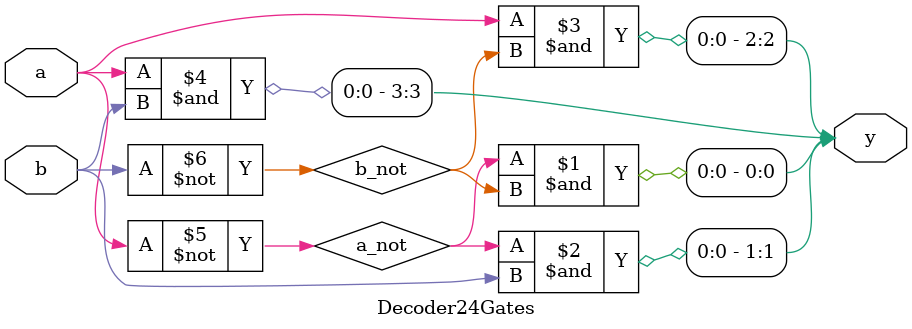
<source format=sv>
module Decoder24Gates(
    input  logic       a,
    input  logic       b,
    output logic [3:0] y ); 
       
    logic a_not, b_not;
    
    // ·ÇÃÅ
    not G1(a_not, a);
    not G2(b_not, b);    
    
    and     // ÓëÃÅ
       G3(y[0], a_not, b_not),
       G4(y[1], a_not, b    ),
       G5(y[2], a,     b_not),
       G6(y[3], a,     b    );
endmodule
</source>
